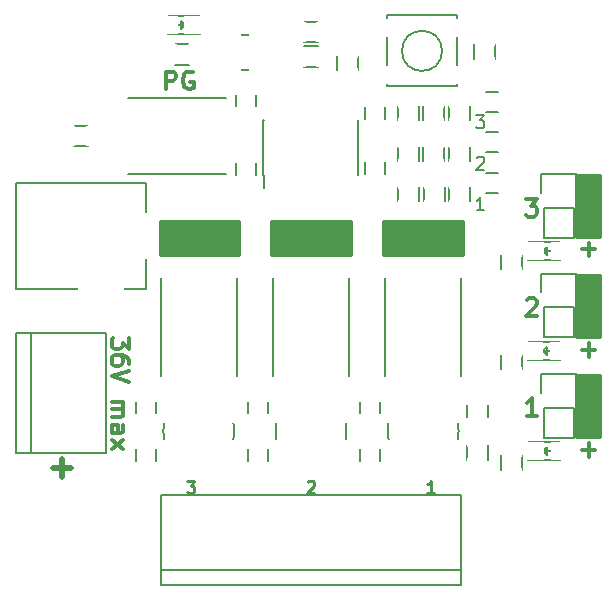
<source format=gto>
G04 #@! TF.FileFunction,Legend,Top*
%FSLAX46Y46*%
G04 Gerber Fmt 4.6, Leading zero omitted, Abs format (unit mm)*
G04 Created by KiCad (PCBNEW 4.0.2+dfsg1-stable) date gio 28 lug 2016 18:48:22 CEST*
%MOMM*%
G01*
G04 APERTURE LIST*
%ADD10C,0.100000*%
%ADD11C,0.250000*%
%ADD12C,0.300000*%
%ADD13C,0.200000*%
%ADD14C,0.350000*%
%ADD15C,0.375000*%
%ADD16C,0.500000*%
%ADD17C,0.150000*%
%ADD18C,0.254000*%
%ADD19R,1.650000X1.400000*%
%ADD20R,3.900120X3.900120*%
%ADD21R,3.000000X3.600000*%
%ADD22C,4.210000*%
%ADD23R,4.210000X4.210000*%
%ADD24R,1.400000X1.650000*%
%ADD25R,1.598880X1.598880*%
%ADD26R,2.400000X3.600000*%
%ADD27R,6.400000X3.400000*%
%ADD28R,2.940000X2.940000*%
%ADD29C,2.940000*%
%ADD30R,2.432000X2.432000*%
%ADD31O,2.432000X2.432000*%
%ADD32R,1.700000X1.100000*%
%ADD33R,1.100000X1.700000*%
%ADD34R,3.150000X1.400000*%
%ADD35C,6.800000*%
%ADD36R,3.600000X3.000000*%
%ADD37R,0.800000X1.500000*%
%ADD38R,3.650000X3.140000*%
G04 APERTURE END LIST*
D10*
D11*
X139435715Y-122202381D02*
X138864286Y-122202381D01*
X139150000Y-122202381D02*
X139150000Y-121202381D01*
X139054762Y-121345238D01*
X138959524Y-121440476D01*
X138864286Y-121488095D01*
X128714286Y-121297619D02*
X128761905Y-121250000D01*
X128857143Y-121202381D01*
X129095239Y-121202381D01*
X129190477Y-121250000D01*
X129238096Y-121297619D01*
X129285715Y-121392857D01*
X129285715Y-121488095D01*
X129238096Y-121630952D01*
X128666667Y-122202381D01*
X129285715Y-122202381D01*
X118516667Y-121252381D02*
X119135715Y-121252381D01*
X118802381Y-121633333D01*
X118945239Y-121633333D01*
X119040477Y-121680952D01*
X119088096Y-121728571D01*
X119135715Y-121823810D01*
X119135715Y-122061905D01*
X119088096Y-122157143D01*
X119040477Y-122204762D01*
X118945239Y-122252381D01*
X118659524Y-122252381D01*
X118564286Y-122204762D01*
X118516667Y-122157143D01*
D12*
X148128572Y-115678571D02*
X147271429Y-115678571D01*
X147700001Y-115678571D02*
X147700001Y-114178571D01*
X147557144Y-114392857D01*
X147414286Y-114535714D01*
X147271429Y-114607143D01*
X147271429Y-105871429D02*
X147342858Y-105800000D01*
X147485715Y-105728571D01*
X147842858Y-105728571D01*
X147985715Y-105800000D01*
X148057144Y-105871429D01*
X148128572Y-106014286D01*
X148128572Y-106157143D01*
X148057144Y-106371429D01*
X147200001Y-107228571D01*
X148128572Y-107228571D01*
X147200001Y-97328571D02*
X148128572Y-97328571D01*
X147628572Y-97900000D01*
X147842858Y-97900000D01*
X147985715Y-97971429D01*
X148057144Y-98042857D01*
X148128572Y-98185714D01*
X148128572Y-98542857D01*
X148057144Y-98685714D01*
X147985715Y-98757143D01*
X147842858Y-98828571D01*
X147414286Y-98828571D01*
X147271429Y-98757143D01*
X147200001Y-98685714D01*
D13*
X143664286Y-98297619D02*
X143035715Y-98297619D01*
X143350001Y-98297619D02*
X143350001Y-97197619D01*
X143245239Y-97354762D01*
X143140477Y-97459524D01*
X143035715Y-97511905D01*
X143035715Y-93852381D02*
X143088096Y-93800000D01*
X143192858Y-93747619D01*
X143454762Y-93747619D01*
X143559524Y-93800000D01*
X143611905Y-93852381D01*
X143664286Y-93957143D01*
X143664286Y-94061905D01*
X143611905Y-94219048D01*
X142983334Y-94847619D01*
X143664286Y-94847619D01*
X142983334Y-90247619D02*
X143664286Y-90247619D01*
X143297620Y-90666667D01*
X143454762Y-90666667D01*
X143559524Y-90719048D01*
X143611905Y-90771429D01*
X143664286Y-90876190D01*
X143664286Y-91138095D01*
X143611905Y-91242857D01*
X143559524Y-91295238D01*
X143454762Y-91347619D01*
X143140477Y-91347619D01*
X143035715Y-91295238D01*
X142983334Y-91242857D01*
D14*
X116713143Y-88054571D02*
X116713143Y-86554571D01*
X117284571Y-86554571D01*
X117427429Y-86626000D01*
X117498857Y-86697429D01*
X117570286Y-86840286D01*
X117570286Y-87054571D01*
X117498857Y-87197429D01*
X117427429Y-87268857D01*
X117284571Y-87340286D01*
X116713143Y-87340286D01*
X118998857Y-86626000D02*
X118856000Y-86554571D01*
X118641714Y-86554571D01*
X118427429Y-86626000D01*
X118284571Y-86768857D01*
X118213143Y-86911714D01*
X118141714Y-87197429D01*
X118141714Y-87411714D01*
X118213143Y-87697429D01*
X118284571Y-87840286D01*
X118427429Y-87983143D01*
X118641714Y-88054571D01*
X118784571Y-88054571D01*
X118998857Y-87983143D01*
X119070286Y-87911714D01*
X119070286Y-87411714D01*
X118784571Y-87411714D01*
D15*
X151928572Y-101607143D02*
X153071429Y-101607143D01*
X152500000Y-102178571D02*
X152500000Y-101035714D01*
X151928572Y-110107143D02*
X153071429Y-110107143D01*
X152500000Y-110678571D02*
X152500000Y-109535714D01*
X151928572Y-118607143D02*
X153071429Y-118607143D01*
X152500000Y-119178571D02*
X152500000Y-118035714D01*
D16*
X107138095Y-120142857D02*
X108661905Y-120142857D01*
X107900000Y-120904762D02*
X107900000Y-119380952D01*
D12*
X113621429Y-109085715D02*
X113621429Y-110014286D01*
X113050000Y-109514286D01*
X113050000Y-109728572D01*
X112978571Y-109871429D01*
X112907143Y-109942858D01*
X112764286Y-110014286D01*
X112407143Y-110014286D01*
X112264286Y-109942858D01*
X112192857Y-109871429D01*
X112121429Y-109728572D01*
X112121429Y-109300000D01*
X112192857Y-109157143D01*
X112264286Y-109085715D01*
X113621429Y-111300000D02*
X113621429Y-111014286D01*
X113550000Y-110871429D01*
X113478571Y-110800000D01*
X113264286Y-110657143D01*
X112978571Y-110585714D01*
X112407143Y-110585714D01*
X112264286Y-110657143D01*
X112192857Y-110728571D01*
X112121429Y-110871429D01*
X112121429Y-111157143D01*
X112192857Y-111300000D01*
X112264286Y-111371429D01*
X112407143Y-111442857D01*
X112764286Y-111442857D01*
X112907143Y-111371429D01*
X112978571Y-111300000D01*
X113050000Y-111157143D01*
X113050000Y-110871429D01*
X112978571Y-110728571D01*
X112907143Y-110657143D01*
X112764286Y-110585714D01*
X113621429Y-111871428D02*
X112121429Y-112371428D01*
X113621429Y-112871428D01*
X112121429Y-114514285D02*
X113121429Y-114514285D01*
X112978571Y-114514285D02*
X113050000Y-114585713D01*
X113121429Y-114728571D01*
X113121429Y-114942856D01*
X113050000Y-115085713D01*
X112907143Y-115157142D01*
X112121429Y-115157142D01*
X112907143Y-115157142D02*
X113050000Y-115228571D01*
X113121429Y-115371428D01*
X113121429Y-115585713D01*
X113050000Y-115728571D01*
X112907143Y-115799999D01*
X112121429Y-115799999D01*
X112121429Y-117157142D02*
X112907143Y-117157142D01*
X113050000Y-117085713D01*
X113121429Y-116942856D01*
X113121429Y-116657142D01*
X113050000Y-116514285D01*
X112192857Y-117157142D02*
X112121429Y-117014285D01*
X112121429Y-116657142D01*
X112192857Y-116514285D01*
X112335714Y-116442856D01*
X112478571Y-116442856D01*
X112621429Y-116514285D01*
X112692857Y-116657142D01*
X112692857Y-117014285D01*
X112764286Y-117157142D01*
X112121429Y-117728571D02*
X113121429Y-118514285D01*
X113121429Y-117728571D02*
X112121429Y-118514285D01*
D17*
X142250000Y-114800000D02*
X142250000Y-115800000D01*
X143950000Y-115800000D02*
X143950000Y-114800000D01*
X104000000Y-105000000D02*
X115000000Y-105000000D01*
X104000000Y-96000000D02*
X115000000Y-96000000D01*
X103999500Y-95999120D02*
X103999500Y-105000880D01*
X115000240Y-105000880D02*
X115000240Y-95999120D01*
X113500000Y-88800000D02*
X121800000Y-88800000D01*
X121800000Y-95200000D02*
X113500000Y-95200000D01*
X116300000Y-130010000D02*
X141700000Y-130010000D01*
X116300000Y-128740000D02*
X141700000Y-128740000D01*
X116300000Y-122390000D02*
X141700000Y-122390000D01*
X141700000Y-122390000D02*
X141700000Y-130010000D01*
X116300000Y-122390000D02*
X116300000Y-130010000D01*
X122650000Y-88500000D02*
X122650000Y-89500000D01*
X124350000Y-89500000D02*
X124350000Y-88500000D01*
X135300000Y-95200000D02*
X135300000Y-94200000D01*
X133600000Y-94200000D02*
X133600000Y-95200000D01*
X124350000Y-95300000D02*
X124350000Y-94300000D01*
X122650000Y-94300000D02*
X122650000Y-95300000D01*
X133600000Y-89550000D02*
X133600000Y-90550000D01*
X135300000Y-90550000D02*
X135300000Y-89550000D01*
X143850000Y-93400000D02*
X144850000Y-93400000D01*
X144850000Y-91700000D02*
X143850000Y-91700000D01*
X125350000Y-119500000D02*
X125350000Y-118500000D01*
X123650000Y-118500000D02*
X123650000Y-119500000D01*
X123650000Y-114500000D02*
X123650000Y-115500000D01*
X125350000Y-115500000D02*
X125350000Y-114500000D01*
X143850000Y-96850000D02*
X144850000Y-96850000D01*
X144850000Y-95150000D02*
X143850000Y-95150000D01*
X115850000Y-119500000D02*
X115850000Y-118500000D01*
X114150000Y-118500000D02*
X114150000Y-119500000D01*
X114150000Y-114500000D02*
X114150000Y-115500000D01*
X115850000Y-115500000D02*
X115850000Y-114500000D01*
X143850000Y-89950000D02*
X144850000Y-89950000D01*
X144850000Y-88250000D02*
X143850000Y-88250000D01*
X134850000Y-119500000D02*
X134850000Y-118500000D01*
X133150000Y-118500000D02*
X133150000Y-119500000D01*
X133150000Y-114500000D02*
X133150000Y-115500000D01*
X134850000Y-115500000D02*
X134850000Y-114500000D01*
X119600000Y-81850000D02*
X116900000Y-81850000D01*
X119600000Y-83350000D02*
X116900000Y-83350000D01*
X118100000Y-82450000D02*
X118100000Y-82700000D01*
X118100000Y-82700000D02*
X118250000Y-82550000D01*
X118350000Y-82950000D02*
X118350000Y-82250000D01*
X118000000Y-82600000D02*
X117650000Y-82600000D01*
X118350000Y-82600000D02*
X118000000Y-82950000D01*
X118000000Y-82950000D02*
X118000000Y-82250000D01*
X118000000Y-82250000D02*
X118350000Y-82600000D01*
X147350000Y-110950000D02*
X150050000Y-110950000D01*
X147350000Y-109450000D02*
X150050000Y-109450000D01*
X148850000Y-110350000D02*
X148850000Y-110100000D01*
X148850000Y-110100000D02*
X148700000Y-110250000D01*
X148600000Y-109850000D02*
X148600000Y-110550000D01*
X148950000Y-110200000D02*
X149300000Y-110200000D01*
X148600000Y-110200000D02*
X148950000Y-109850000D01*
X148950000Y-109850000D02*
X148950000Y-110550000D01*
X148950000Y-110550000D02*
X148600000Y-110200000D01*
X147400000Y-119450000D02*
X150100000Y-119450000D01*
X147400000Y-117950000D02*
X150100000Y-117950000D01*
X148900000Y-118850000D02*
X148900000Y-118600000D01*
X148900000Y-118600000D02*
X148750000Y-118750000D01*
X148650000Y-118350000D02*
X148650000Y-119050000D01*
X149000000Y-118700000D02*
X149350000Y-118700000D01*
X148650000Y-118700000D02*
X149000000Y-118350000D01*
X149000000Y-118350000D02*
X149000000Y-119050000D01*
X149000000Y-119050000D02*
X148650000Y-118700000D01*
X147400000Y-102500000D02*
X150100000Y-102500000D01*
X147400000Y-101000000D02*
X150100000Y-101000000D01*
X148900000Y-101900000D02*
X148900000Y-101650000D01*
X148900000Y-101650000D02*
X148750000Y-101800000D01*
X148650000Y-101400000D02*
X148650000Y-102100000D01*
X149000000Y-101750000D02*
X149350000Y-101750000D01*
X148650000Y-101750000D02*
X149000000Y-101400000D01*
X149000000Y-101400000D02*
X149000000Y-102100000D01*
X149000000Y-102100000D02*
X148650000Y-101750000D01*
X121900000Y-83450000D02*
X121900000Y-86450000D01*
X121900000Y-86450000D02*
X124900000Y-86450000D01*
X124900000Y-86450000D02*
X124900000Y-83450000D01*
X124900000Y-83450000D02*
X121900000Y-83450000D01*
X132000000Y-117000000D02*
G75*
G03X132000000Y-117000000I-3000000J0D01*
G01*
X126000000Y-120000000D02*
X126000000Y-118000000D01*
X126000000Y-120000000D02*
X132000000Y-120000000D01*
X132000000Y-120000000D02*
X132000000Y-118000000D01*
X132000000Y-114000000D02*
X132000000Y-116000000D01*
X126000000Y-114000000D02*
X126000000Y-116000000D01*
X126000000Y-114000000D02*
X132000000Y-114000000D01*
X122500000Y-117000000D02*
G75*
G03X122500000Y-117000000I-3000000J0D01*
G01*
X116500000Y-120000000D02*
X116500000Y-118000000D01*
X116500000Y-120000000D02*
X122500000Y-120000000D01*
X122500000Y-120000000D02*
X122500000Y-118000000D01*
X122500000Y-114000000D02*
X122500000Y-116000000D01*
X116500000Y-114000000D02*
X116500000Y-116000000D01*
X116500000Y-114000000D02*
X122500000Y-114000000D01*
X141500000Y-117000000D02*
G75*
G03X141500000Y-117000000I-3000000J0D01*
G01*
X135500000Y-120000000D02*
X135500000Y-118000000D01*
X135500000Y-120000000D02*
X141500000Y-120000000D01*
X141500000Y-120000000D02*
X141500000Y-118000000D01*
X141500000Y-114000000D02*
X141500000Y-116000000D01*
X135500000Y-114000000D02*
X135500000Y-116000000D01*
X135500000Y-114000000D02*
X141500000Y-114000000D01*
X105260000Y-118880000D02*
X105260000Y-108720000D01*
X103990000Y-118880000D02*
X111610000Y-118880000D01*
X111610000Y-118880000D02*
X111610000Y-108720000D01*
X111610000Y-108720000D02*
X103990000Y-108720000D01*
X103990000Y-108720000D02*
X103990000Y-118880000D01*
X151270000Y-106520000D02*
X151270000Y-109060000D01*
X151550000Y-103700000D02*
X151550000Y-105250000D01*
X151270000Y-106520000D02*
X148730000Y-106520000D01*
X148450000Y-105250000D02*
X148450000Y-103700000D01*
X148450000Y-103700000D02*
X151550000Y-103700000D01*
X148730000Y-106520000D02*
X148730000Y-109060000D01*
X148730000Y-109060000D02*
X151270000Y-109060000D01*
X151270000Y-115020000D02*
X151270000Y-117560000D01*
X151550000Y-112200000D02*
X151550000Y-113750000D01*
X151270000Y-115020000D02*
X148730000Y-115020000D01*
X148450000Y-113750000D02*
X148450000Y-112200000D01*
X148450000Y-112200000D02*
X151550000Y-112200000D01*
X148730000Y-115020000D02*
X148730000Y-117560000D01*
X148730000Y-117560000D02*
X151270000Y-117560000D01*
X151270000Y-98070000D02*
X151270000Y-100610000D01*
X151550000Y-95250000D02*
X151550000Y-96800000D01*
X151270000Y-98070000D02*
X148730000Y-98070000D01*
X148450000Y-96800000D02*
X148450000Y-95250000D01*
X148450000Y-95250000D02*
X151550000Y-95250000D01*
X148730000Y-98070000D02*
X148730000Y-100610000D01*
X148730000Y-100610000D02*
X151270000Y-100610000D01*
X131225000Y-86450000D02*
X131225000Y-85250000D01*
X132975000Y-85250000D02*
X132975000Y-86450000D01*
X144575000Y-84250000D02*
X144575000Y-85450000D01*
X142825000Y-85450000D02*
X142825000Y-84250000D01*
X110100000Y-92875000D02*
X108900000Y-92875000D01*
X108900000Y-91125000D02*
X110100000Y-91125000D01*
X128400000Y-82325000D02*
X129600000Y-82325000D01*
X129600000Y-84075000D02*
X128400000Y-84075000D01*
X128400000Y-84425000D02*
X129600000Y-84425000D01*
X129600000Y-86175000D02*
X128400000Y-86175000D01*
X142425000Y-92900000D02*
X142425000Y-94100000D01*
X140675000Y-94100000D02*
X140675000Y-92900000D01*
X136375000Y-94100000D02*
X136375000Y-92900000D01*
X138125000Y-92900000D02*
X138125000Y-94100000D01*
X140275000Y-92900000D02*
X140275000Y-94100000D01*
X138525000Y-94100000D02*
X138525000Y-92900000D01*
X146875000Y-110550000D02*
X146875000Y-111750000D01*
X145125000Y-111750000D02*
X145125000Y-110550000D01*
X142425000Y-96350000D02*
X142425000Y-97550000D01*
X140675000Y-97550000D02*
X140675000Y-96350000D01*
X138125000Y-96350000D02*
X138125000Y-97550000D01*
X136375000Y-97550000D02*
X136375000Y-96350000D01*
X140325000Y-96350000D02*
X140325000Y-97550000D01*
X138575000Y-97550000D02*
X138575000Y-96350000D01*
X146875000Y-119050000D02*
X146875000Y-120250000D01*
X145125000Y-120250000D02*
X145125000Y-119050000D01*
X142425000Y-89450000D02*
X142425000Y-90650000D01*
X140675000Y-90650000D02*
X140675000Y-89450000D01*
X136375000Y-90650000D02*
X136375000Y-89450000D01*
X138125000Y-89450000D02*
X138125000Y-90650000D01*
X140275000Y-89450000D02*
X140275000Y-90650000D01*
X138525000Y-90650000D02*
X138525000Y-89450000D01*
X146875000Y-102100000D02*
X146875000Y-103300000D01*
X145125000Y-103300000D02*
X145125000Y-102100000D01*
X135400000Y-87800000D02*
X135400000Y-87600000D01*
X135400000Y-81800000D02*
X135400000Y-82000000D01*
X141400000Y-81800000D02*
X141400000Y-82000000D01*
X141400000Y-87800000D02*
X141400000Y-87600000D01*
X141400000Y-86000000D02*
X141400000Y-83600000D01*
X135400000Y-86000000D02*
X135400000Y-83600000D01*
X135400000Y-87800000D02*
X141400000Y-87800000D01*
X141400000Y-81800000D02*
X135400000Y-81800000D01*
X140100000Y-84800000D02*
G75*
G03X140100000Y-84800000I-1700000J0D01*
G01*
X132200000Y-104000000D02*
X132200000Y-112300000D01*
X125800000Y-112300000D02*
X125800000Y-104000000D01*
X122700000Y-104000000D02*
X122700000Y-112300000D01*
X116300000Y-112300000D02*
X116300000Y-104000000D01*
X141700000Y-104000000D02*
X141700000Y-112300000D01*
X135300000Y-112300000D02*
X135300000Y-104000000D01*
X124975000Y-95325000D02*
X125000000Y-95325000D01*
X124975000Y-90675000D02*
X125000000Y-90675000D01*
X133025000Y-90675000D02*
X133000000Y-90675000D01*
X133025000Y-95325000D02*
X133000000Y-95325000D01*
X124975000Y-95325000D02*
X124975000Y-90675000D01*
X133025000Y-95325000D02*
X133025000Y-90675000D01*
X125000000Y-95325000D02*
X125000000Y-96400000D01*
X118710000Y-85965000D02*
X117510000Y-85965000D01*
X117510000Y-84215000D02*
X118710000Y-84215000D01*
X142225000Y-119400000D02*
X142225000Y-118200000D01*
X143975000Y-118200000D02*
X143975000Y-119400000D01*
D18*
G36*
X122873000Y-102073000D02*
X116227000Y-102073000D01*
X116227000Y-99177000D01*
X122873000Y-99177000D01*
X122873000Y-102073000D01*
X122873000Y-102073000D01*
G37*
X122873000Y-102073000D02*
X116227000Y-102073000D01*
X116227000Y-99177000D01*
X122873000Y-99177000D01*
X122873000Y-102073000D01*
G36*
X132373000Y-102073000D02*
X125627000Y-102073000D01*
X125627000Y-99177000D01*
X132373000Y-99177000D01*
X132373000Y-102073000D01*
X132373000Y-102073000D01*
G37*
X132373000Y-102073000D02*
X125627000Y-102073000D01*
X125627000Y-99177000D01*
X132373000Y-99177000D01*
X132373000Y-102073000D01*
G36*
X141873000Y-102073000D02*
X135127000Y-102073000D01*
X135127000Y-99177000D01*
X141873000Y-99177000D01*
X141873000Y-102073000D01*
X141873000Y-102073000D01*
G37*
X141873000Y-102073000D02*
X135127000Y-102073000D01*
X135127000Y-99177000D01*
X141873000Y-99177000D01*
X141873000Y-102073000D01*
G36*
X153473000Y-117498000D02*
X151427000Y-117498000D01*
X151427000Y-112277000D01*
X153473000Y-112277000D01*
X153473000Y-117498000D01*
X153473000Y-117498000D01*
G37*
X153473000Y-117498000D02*
X151427000Y-117498000D01*
X151427000Y-112277000D01*
X153473000Y-112277000D01*
X153473000Y-117498000D01*
G36*
X153473000Y-108998000D02*
X151427000Y-108998000D01*
X151427000Y-103752000D01*
X153473000Y-103752000D01*
X153473000Y-108998000D01*
X153473000Y-108998000D01*
G37*
X153473000Y-108998000D02*
X151427000Y-108998000D01*
X151427000Y-103752000D01*
X153473000Y-103752000D01*
X153473000Y-108998000D01*
G36*
X153473000Y-100548000D02*
X151427000Y-100548000D01*
X151427000Y-95302000D01*
X153473000Y-95302000D01*
X153473000Y-100548000D01*
X153473000Y-100548000D01*
G37*
X153473000Y-100548000D02*
X151427000Y-100548000D01*
X151427000Y-95302000D01*
X153473000Y-95302000D01*
X153473000Y-100548000D01*
%LPC*%
D19*
X143100000Y-116300000D03*
X143100000Y-114300000D03*
D20*
X114200140Y-100500000D03*
X108200660Y-100500000D03*
X111200400Y-105199000D03*
D21*
X113400000Y-92000000D03*
X120600000Y-92000000D03*
D22*
X123920000Y-126200000D03*
X129000000Y-126200000D03*
D23*
X118840000Y-126200000D03*
D22*
X134080000Y-126200000D03*
X139160000Y-126200000D03*
D19*
X123500000Y-90000000D03*
X123500000Y-88000000D03*
X134450000Y-93700000D03*
X134450000Y-95700000D03*
X123500000Y-93800000D03*
X123500000Y-95800000D03*
X134450000Y-91050000D03*
X134450000Y-89050000D03*
D24*
X145350000Y-92550000D03*
X143350000Y-92550000D03*
D19*
X124500000Y-118000000D03*
X124500000Y-120000000D03*
X124500000Y-116000000D03*
X124500000Y-114000000D03*
D24*
X145350000Y-96000000D03*
X143350000Y-96000000D03*
D19*
X115000000Y-118000000D03*
X115000000Y-120000000D03*
X115000000Y-116000000D03*
X115000000Y-114000000D03*
D24*
X145350000Y-89100000D03*
X143350000Y-89100000D03*
D19*
X134000000Y-118000000D03*
X134000000Y-120000000D03*
X134000000Y-116000000D03*
X134000000Y-114000000D03*
D25*
X116950980Y-82600000D03*
X119049020Y-82600000D03*
X149999020Y-110200000D03*
X147900980Y-110200000D03*
X150049020Y-118700000D03*
X147950980Y-118700000D03*
X150049020Y-101750000D03*
X147950980Y-101750000D03*
D26*
X121900000Y-84950000D03*
X124900000Y-84950000D03*
D27*
X129000000Y-114600000D03*
X129000000Y-119400000D03*
X119500000Y-114600000D03*
X119500000Y-119400000D03*
X138500000Y-114600000D03*
X138500000Y-119400000D03*
D28*
X107800000Y-111260000D03*
D29*
X107800000Y-116340000D03*
D30*
X150000000Y-105250000D03*
D31*
X150000000Y-107790000D03*
D30*
X150000000Y-113750000D03*
D31*
X150000000Y-116290000D03*
D30*
X150000000Y-96800000D03*
D31*
X150000000Y-99340000D03*
D32*
X132100000Y-84900000D03*
X132100000Y-86800000D03*
X143700000Y-85800000D03*
X143700000Y-83900000D03*
D33*
X108550000Y-92000000D03*
X110450000Y-92000000D03*
X129950000Y-83200000D03*
X128050000Y-83200000D03*
X129950000Y-85300000D03*
X128050000Y-85300000D03*
D32*
X141550000Y-94450000D03*
X141550000Y-92550000D03*
X137250000Y-92550000D03*
X137250000Y-94450000D03*
X139400000Y-94450000D03*
X139400000Y-92550000D03*
X146000000Y-112100000D03*
X146000000Y-110200000D03*
X141550000Y-97900000D03*
X141550000Y-96000000D03*
X137250000Y-97900000D03*
X137250000Y-96000000D03*
X139450000Y-97900000D03*
X139450000Y-96000000D03*
X146000000Y-120600000D03*
X146000000Y-118700000D03*
X141550000Y-91000000D03*
X141550000Y-89100000D03*
X137250000Y-89100000D03*
X137250000Y-91000000D03*
X139400000Y-91000000D03*
X139400000Y-89100000D03*
X146000000Y-103650000D03*
X146000000Y-101750000D03*
D34*
X135525000Y-86800000D03*
X141275000Y-86800000D03*
X141275000Y-82800000D03*
X135525000Y-82800000D03*
D35*
X109000000Y-85000000D03*
X109000000Y-125000000D03*
X149000000Y-125000000D03*
X149000000Y-85000000D03*
D36*
X129000000Y-103900000D03*
X129000000Y-111100000D03*
X119500000Y-103900000D03*
X119500000Y-111100000D03*
X138500000Y-103900000D03*
X138500000Y-111100000D03*
D37*
X125425000Y-95850000D03*
X126075000Y-95850000D03*
X126725000Y-95850000D03*
X127375000Y-95850000D03*
X128025000Y-95850000D03*
X128675000Y-95850000D03*
X129325000Y-95850000D03*
X129975000Y-95850000D03*
X130625000Y-95850000D03*
X131275000Y-95850000D03*
X131925000Y-95850000D03*
X132575000Y-95850000D03*
X132575000Y-90150000D03*
X131925000Y-90150000D03*
X131275000Y-90150000D03*
X130625000Y-90150000D03*
X129975000Y-90150000D03*
X129325000Y-90150000D03*
X128675000Y-90150000D03*
X128025000Y-90150000D03*
X127375000Y-90150000D03*
X126725000Y-90150000D03*
X126075000Y-90150000D03*
X125425000Y-90150000D03*
D38*
X129000000Y-93000000D03*
D33*
X117160000Y-85090000D03*
X119060000Y-85090000D03*
D32*
X143100000Y-117850000D03*
X143100000Y-119750000D03*
M02*

</source>
